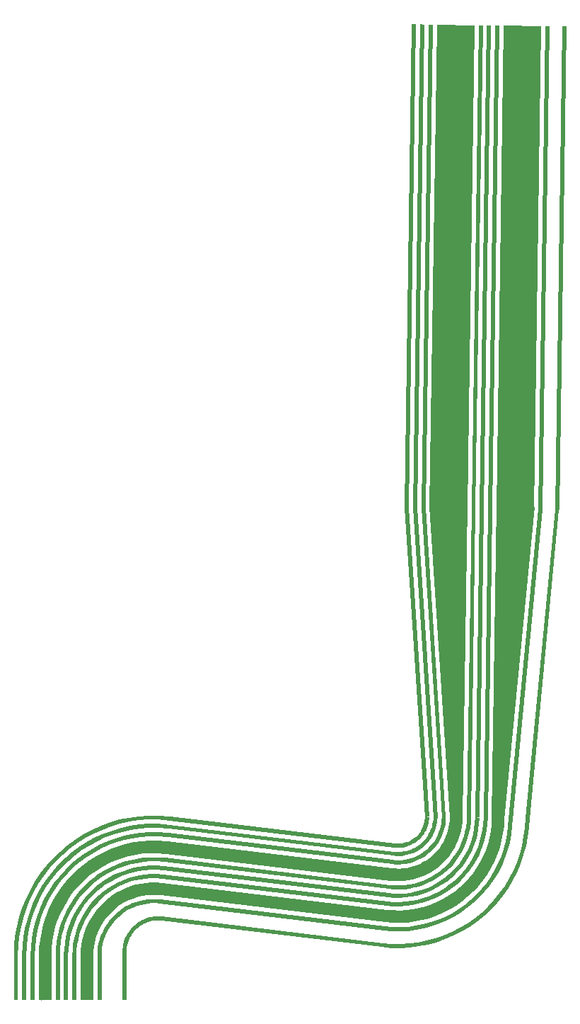
<source format=gbr>
G04 AutoGERB 2.0 for AutoCAD 14*
G04 RS274-X Output *
%FSLAX34Y34*%
%MOMM*%
%ADD12C,0.005000*%
%ADD13C,0.007000*%
G36*X1953444Y2037122D02*X1944829Y1459143D01*X1939830Y1459218*X1948445Y2037197*X1953444Y2037122*G37*G36*X1943445Y2037272D02*X1934830Y1459292D01*X1929831Y1459367*X1938446Y2037347*X1943445Y2037272*G37*G36*X1933446Y2037421D02*X1924831Y1459441D01*X1919832Y1459516*X1928447Y2037496*X1933446Y2037421*G37*G36*X1923448Y2037568D02*X1914832Y1459588D01*X1869837Y1460267*X1878453Y2038239*X1923448Y2037568*G37*G36*X2003439Y2036375D02*X1994823Y1458396D01*X1949828Y1459075*X1958444Y2037046*X2003439Y2036375*G37*G36*X2013438Y2036228D02*X2004822Y1458248D01*X1999823Y1458323*X2008439Y2036303*X2013438Y2036228*G37*G36*X2033435Y2035930D02*X2024820Y1457950D01*X2019821Y1458025*X2028436Y2036005*X2033435Y2035930*G37*G36*X1873453Y2038315D02*X1864838Y1460335D01*X1859839Y1460410*X1868454Y2038390*X1873453Y2038315*G37*G36*X1863454Y2038464D02*X1854839Y1460484D01*X1849840Y1460559*X1858455Y2038539*X1863454Y2038464*G37*G36*X1853455Y2038613D02*X1844840Y1460633D01*X1839841Y1460708*X1848456Y2038688*X1853455Y2038613*G37*G36*X1432092Y872582D02*X1432092Y925353D01*X1432350Y932786*X1433130Y940226*X1434425Y947593*X1436229Y954853*X1438534Y961970*X1441329Y968909*X1444598Y975637*X1448329Y982121*X1452500Y988330*X1457094Y994234*X1462087Y999805*X1467455Y1005014*X1473173Y1009839*X1479213Y1014252*X1485544Y1018236*X1492137Y1021770*X1498960Y1024837*X1505980Y1027421*X1513162Y1029511*X1520474Y1031097*X1527877Y1032170*X1535336Y1032726*X1542829Y1032762*X1552346Y1032050*X1820773Y999834*X1827230Y999286*X1833666Y999189*X1840093Y999540*X1846481Y1000337*X1852797Y1001576*X1859011Y1003252*X1865094Y1005356*X1871016Y1007878*X1876749Y1010804*X1882264Y1014124*X1887534Y1017818*X1892535Y1021870*X1897243Y1026260*X1901633Y1030967*X1905685Y1035968*X1909381Y1041237*X1912700Y1046752*X1915628Y1052484*X1918150Y1058406*X1920254Y1064489*X1921930Y1070704*X1923171Y1077020*X1923968Y1083404*X1924332Y1090384*X1929325Y1090122*X1928951Y1082963*X1928110Y1076227*X1926803Y1069569*X1925037Y1063020*X1922819Y1056607*X1920159Y1050365*X1917073Y1044323*X1913574Y1038510*X1909680Y1032955*X1905408Y1027684*X1900780Y1022723*X1895818Y1018095*X1890547Y1013823*X1884991Y1009929*X1879178Y1006431*X1873135Y1003345*X1866893Y1000687*X1860480Y998469*X1853930Y996703*X1847272Y995398*X1840540Y994557*X1833765Y994186*X1826981Y994289*X1820264Y994859*X1551861Y1027073*X1542654Y1027761*X1535535Y1027727*X1528422Y1027197*X1521363Y1026174*X1514393Y1024662*X1507545Y1022668*X1500851Y1020204*X1494346Y1017281*X1488059Y1013911*X1482022Y1010113*X1476264Y1005904*X1470812Y1001305*X1465694Y996338*X1460933Y991027*X1456553Y985397*X1452576Y979476*X1449019Y973294*X1445902Y966880*X1443237Y960263*X1441040Y953478*X1439320Y946556*X1438085Y939531*X1437341Y932437*X1437091Y925266*X1437091Y872582*X1432092Y872582*G37*G36*X1442092Y872582D02*X1442092Y925353D01*X1442326Y932090*X1443033Y938838*X1444208Y945520*X1445844Y952105*X1447935Y958560*X1450469Y964853*X1453435Y970955*X1456818Y976836*X1460602Y982468*X1464768Y987822*X1469297Y992875*X1474166Y997600*X1479351Y1001974*X1484828Y1005978*X1490572Y1009592*X1496551Y1012797*X1502740Y1015578*X1509106Y1017923*X1515622Y1019818*X1522252Y1021256*X1528966Y1022230*X1535732Y1022734*X1542529Y1022767*X1551155Y1022121*X1819581Y989905*X1826732Y989298*X1833864Y989191*X1840985Y989580*X1848063Y990463*X1855062Y991836*X1861949Y993693*X1868689Y996024*X1875252Y998819*X1881604Y1002062*X1887715Y1005740*X1893555Y1009834*X1899097Y1014324*X1904314Y1019188*X1909178Y1024404*X1913669Y1029946*X1917763Y1035785*X1921442Y1041896*X1924687Y1048248*X1927481Y1054810*X1929812Y1061550*X1931670Y1068438*X1933045Y1075436*X1933928Y1082511*X1934331Y1090235*X1939324Y1089973*X1938911Y1082070*X1937984Y1074643*X1936543Y1067303*X1934595Y1060081*X1932150Y1053011*X1929218Y1046129*X1925815Y1039467*X1921958Y1033058*X1917664Y1026933*X1912953Y1021121*X1907851Y1015651*X1902380Y1010549*X1896568Y1005839*X1890442Y1001545*X1884033Y997689*X1877371Y994286*X1870488Y991355*X1863418Y988910*X1856195Y986963*X1848854Y985524*X1841432Y984597*X1833963Y984188*X1826483Y984301*X1819072Y984930*X1550670Y1017144*X1542354Y1017766*X1535931Y1017735*X1529511Y1017257*X1523141Y1016333*X1516851Y1014969*X1510671Y1013170*X1504631Y1010947*X1498760Y1008308*X1493087Y1005267*X1487639Y1001839*X1482442Y998041*X1477523Y993891*X1472904Y989408*X1468607Y984615*X1464655Y979535*X1461065Y974193*X1457856Y968612*X1455042Y962824*X1452638Y956853*X1450655Y950730*X1449103Y944483*X1447988Y938143*X1447317Y931743*X1447091Y925266*X1447091Y872582*X1442092Y872582*G37*G36*X1422092Y872582D02*X1422092Y925353D01*X1422375Y933482*X1423227Y941613*X1424642Y949666*X1426614Y957601*X1429134Y965380*X1432188Y972964*X1435762Y980319*X1439839Y987405*X1444399Y994193*X1449420Y1000646*X1454877Y1006734*X1460745Y1012428*X1466995Y1017701*X1473596Y1022526*X1480516Y1026880*X1487723Y1030743*X1495181Y1034094*X1502853Y1036920*X1510705Y1039204*X1518695Y1040937*X1526787Y1042111*X1534941Y1042719*X1543129Y1042758*X1553538Y1041978*X1821965Y1009763*X1827728Y1009274*X1833469Y1009188*X1839201Y1009500*X1844898Y1010210*X1850531Y1011316*X1856074Y1012811*X1861499Y1014687*X1866781Y1016936*X1871894Y1019546*X1876812Y1022507*X1881513Y1025802*X1885974Y1029416*X1890172Y1033331*X1894088Y1037529*X1897702Y1041989*X1900997Y1046690*X1903958Y1051608*X1906570Y1056721*X1908819Y1062002*X1910695Y1067428*X1912191Y1072971*X1913297Y1078604*X1914008Y1084297*X1914333Y1090533*X1919326Y1090272*X1918991Y1083856*X1918236Y1077811*X1917064Y1071836*X1915478Y1065957*X1913488Y1060203*X1911101Y1054602*X1908331Y1049179*X1905192Y1043963*X1901697Y1038976*X1897863Y1034246*X1893709Y1029794*X1889257Y1025641*X1884526Y1021807*X1879539Y1018312*X1874323Y1015173*X1868900Y1012403*X1863298Y1010018*X1857543Y1008028*X1851664Y1006443*X1845689Y1005271*X1839648Y1004517*X1833568Y1004185*X1827479Y1004277*X1821456Y1004788*X1553053Y1037001*X1542954Y1037757*X1535138Y1037720*X1527332Y1037138*X1519584Y1036014*X1511934Y1034355*X1504418Y1032167*X1497072Y1029463*X1489932Y1026254*X1483031Y1022555*X1476405Y1018387*X1470086Y1013768*X1464102Y1008719*X1458484Y1003267*X1453259Y997439*X1448452Y991260*X1444086Y984762*X1440183Y977976*X1436761Y970935*X1433837Y963673*X1431425Y956226*X1429537Y948629*X1428182Y940918*X1427366Y933133*X1427091Y925266*X1427091Y872582*X1422092Y872582*G37*G36*X1452092Y872582D02*X1452092Y925440D01*X1452299Y931395*X1452934Y937451*X1453988Y943448*X1455457Y949357*X1457333Y955149*X1459607Y960798*X1462269Y966275*X1465304Y971553*X1468701Y976607*X1472439Y981413*X1476504Y985947*X1480874Y990187*X1485528Y994114*X1490443Y997707*X1495598Y1000951*X1500965Y1003826*X1506518Y1006322*X1512232Y1008427*X1518079Y1010128*X1524030Y1011418*X1530055Y1012292*X1536128Y1012745*X1542254Y1012775*X1549852Y1012206*X1818304Y979987*X1826234Y979314*X1834061Y979196*X1841878Y979623*X1849646Y980592*X1857327Y982099*X1864885Y984137*X1872283Y986695*X1879486Y989763*X1886457Y993322*X1893164Y997359*X1899575Y1001852*X1905657Y1006781*X1911382Y1012119*X1916721Y1017843*X1921650Y1023926*X1926144Y1030335*X1930181Y1037042*X1933742Y1044013*X1936809Y1051215*X1939368Y1058614*X1941407Y1066171*X1942915Y1073853*X1943884Y1081612*X1944337Y1090273*X1959316Y1089487*X1958835Y1080289*X1957734Y1071476*X1956026Y1062770*X1953715Y1054203*X1950814Y1045818*X1947337Y1037656*X1943302Y1029753*X1938725Y1022152*X1933633Y1014887*X1928046Y1007994*X1921995Y1001506*X1915506Y995454*X1908612Y989869*X1901347Y984776*X1893744Y980201*X1885843Y976166*X1877680Y972690*X1869294Y969790*X1860728Y967480*X1852021Y965773*X1843217Y964674*X1834358Y964189*X1825485Y964323*X1816775Y965062*X1548397Y997273*X1541729Y997772*X1536723Y997748*X1531692Y997373*X1526699Y996649*X1521768Y995579*X1516925Y994170*X1512191Y992427*X1507590Y990359*X1503143Y987976*X1498874Y985290*X1494801Y982313*X1490945Y979060*X1487325Y975546*X1483958Y971790*X1480860Y967808*X1478047Y963622*X1475532Y959248*X1473326Y954711*X1471442Y950032*X1469888Y945232*X1468671Y940337*X1467797Y935368*X1467272Y930350*X1467091Y925179*X1467091Y872582*X1452092Y872582*G37*G36*X1402092Y872582D02*X1402092Y925440D01*X1402420Y934873*X1403418Y944389*X1405074Y953812*X1407382Y963098*X1410330Y972201*X1413904Y981077*X1418086Y989683*X1422858Y997977*X1428194Y1005919*X1434069Y1013471*X1440456Y1020596*X1447323Y1027260*X1454636Y1033429*X1462360Y1039075*X1470459Y1044172*X1478893Y1048691*X1487620Y1052613*X1496599Y1055920*X1505787Y1058594*X1515138Y1060621*X1524606Y1061994*X1534148Y1062706*X1543754Y1062752*X1555810Y1061849*X1824262Y1029631*X1828725Y1029252*X1833074Y1029187*X1837417Y1029423*X1841732Y1029961*X1845998Y1030799*X1850198Y1031931*X1854307Y1033352*X1858309Y1035057*X1862182Y1037034*X1865908Y1039277*X1869469Y1041772*X1872848Y1044510*X1876028Y1047476*X1878995Y1050656*X1881732Y1054035*X1884230Y1057596*X1886472Y1061321*X1888449Y1065194*X1890154Y1069197*X1891576Y1073306*X1892708Y1077504*X1893546Y1081772*X1894084Y1086078*X1894342Y1091018*X1909321Y1090233*X1909035Y1084755*X1908365Y1079395*X1907327Y1074103*X1905923Y1068895*X1904159Y1063798*X1902046Y1058837*X1899593Y1054034*X1896811Y1049413*X1893715Y1044996*X1890320Y1040807*X1886641Y1036863*X1882697Y1033185*X1878506Y1029789*X1874089Y1026694*X1869469Y1023913*X1864666Y1021460*X1859704Y1019347*X1854607Y1017584*X1849399Y1016180*X1844107Y1015142*X1838754Y1014474*X1833369Y1014180*X1827978Y1014261*X1822733Y1014706*X1554355Y1046916*X1543229Y1047749*X1534743Y1047709*X1526243Y1047075*X1517807Y1045852*X1509476Y1044045*X1501292Y1041663*X1493293Y1038718*X1485518Y1035224*X1478006Y1031197*X1470791Y1026658*X1463909Y1021628*X1457394Y1016131*X1451277Y1010195*X1445588Y1003848*X1440353Y997120*X1435599Y990044*X1431349Y982656*X1427623Y974990*X1424439Y967082*X1421813Y958973*X1419757Y950701*X1418281Y942306*X1417393Y933828*X1417091Y925179*X1417091Y872582*X1402092Y872582*G37*G54D12*X1404592Y872582D02*X1404592Y925310D01*X1404919Y934698*X1405898Y944041*X1407524Y953294*X1409790Y962410*X1412685Y971347*X1416194Y980062*X1420300Y988511*X1424984Y996654*X1430223Y1004451*X1435992Y1011866*X1442262Y1018861*X1449004Y1025403*X1456184Y1031461*X1463768Y1037004*X1471719Y1042007*X1479999Y1046444*X1488567Y1050296*X1497383Y1053541*X1506403Y1056166*X1515583Y1058158*X1524880Y1059506*X1534248Y1060204*X1543642Y1060249*X1555679Y1059348*X1824094Y1027133*X1828601Y1026751*X1833124Y1026683*X1837640Y1026929*X1842128Y1027489*X1846567Y1028360*X1850934Y1029538*X1855208Y1031016*X1859370Y1032788*X1863398Y1034845*X1867274Y1037177*X1870977Y1039773*X1874492Y1042621*X1877800Y1045706*X1880885Y1049013*X1883733Y1052527*X1886329Y1056231*X1888662Y1060106*X1890719Y1064134*X1892492Y1068296*X1893970Y1072570*X1895148Y1076937*X1896019Y1081375*X1896580Y1085864*X1896833Y1090701*G36*X1392092Y872582D02*X1392092Y925353D01*X1392447Y935568*X1393517Y945776*X1395294Y955885*X1397769Y965846*X1400932Y975611*X1404766Y985131*X1409253Y994363*X1414371Y1003259*X1420095Y1011780*X1426398Y1019880*X1433248Y1027524*X1440614Y1034671*X1448459Y1041290*X1456746Y1047347*X1465433Y1052813*X1474480Y1057661*X1483842Y1061869*X1493473Y1065416*X1503329Y1068283*X1513360Y1070459*X1523518Y1071932*X1533754Y1072695*X1544029Y1072744*X1557113Y1071764*X1825540Y1039549*X1829223Y1039236*X1832876Y1039182*X1836524Y1039380*X1840148Y1039832*X1843734Y1040536*X1847261Y1041487*X1850713Y1042681*X1854075Y1044113*X1857328Y1045773*X1860458Y1047657*X1863449Y1049755*X1866288Y1052054*X1868960Y1054545*X1871451Y1057217*X1873751Y1060055*X1875849Y1063046*X1877733Y1066176*X1879395Y1069429*X1880826Y1072791*X1882020Y1076243*X1882971Y1079771*X1883676Y1083355*X1884128Y1086977*X1884337Y1090980*X1889330Y1090718*X1889111Y1086536*X1888615Y1082562*X1887844Y1078636*X1886803Y1074774*X1885495Y1070992*X1883926Y1067310*X1882106Y1063747*X1880042Y1060319*X1877746Y1057042*X1875226Y1053934*X1872497Y1051008*X1869571Y1048279*X1866462Y1045760*X1863185Y1043464*X1859757Y1041400*X1856194Y1039580*X1852512Y1038012*X1848730Y1036704*X1844867Y1035663*X1840941Y1034893*X1836971Y1034397*X1832975Y1034179*X1828974Y1034239*X1825031Y1034574*X1556628Y1066787*X1543854Y1067743*X1533951Y1067696*X1524063Y1066959*X1514249Y1065536*X1504558Y1063434*X1495038Y1060663*X1485733Y1057238*X1476689Y1053172*X1467948Y1048488*X1459555Y1043208*X1451550Y1037357*X1443971Y1030962*X1436855Y1024057*X1430237Y1016673*X1424148Y1008847*X1418618Y1000616*X1413674Y992020*X1409339Y983102*X1405635Y973904*X1402580Y964471*X1400189Y954848*X1398472Y945081*X1397438Y935219*X1397091Y925266*X1397091Y872582*X1392092Y872582*G37*G36*X1382092Y872582D02*X1382092Y925353D01*X1382472Y936263*X1383614Y947163*X1385511Y957957*X1388154Y968594*X1391532Y979021*X1395625Y989187*X1400416Y999045*X1405881Y1008544*X1411993Y1017642*X1418723Y1026292*X1426039Y1034453*X1433904Y1042086*X1442281Y1049154*X1451130Y1055620*X1460406Y1061457*X1470065Y1066634*X1480062Y1071127*X1490347Y1074915*X1500871Y1077976*X1511582Y1080300*X1522428Y1081873*X1533358Y1082687*X1544329Y1082740*X1558304Y1081693*X1826731Y1049478*X1829722Y1049224*X1832679Y1049180*X1835632Y1049340*X1838566Y1049706*X1841468Y1050276*X1844324Y1051046*X1847118Y1052013*X1849839Y1053171*X1852473Y1054516*X1855007Y1056041*X1857428Y1057739*X1859726Y1059600*X1861889Y1061618*X1863906Y1063779*X1865768Y1066077*X1867465Y1068498*X1868991Y1071032*X1870337Y1073666*X1871495Y1076387*X1872461Y1079182*X1873232Y1082037*X1873802Y1084939*X1874168Y1087870*X1874338Y1091129*X1879331Y1090867*X1879151Y1087429*X1878741Y1084146*X1878105Y1080902*X1877244Y1077711*X1876164Y1074588*X1874868Y1071547*X1873364Y1068603*X1871660Y1065771*X1869763Y1063064*X1867681Y1060496*X1865426Y1058079*X1863009Y1055825*X1860441Y1053744*X1857734Y1051846*X1854902Y1050143*X1851958Y1048638*X1848917Y1047344*X1845793Y1046263*X1842601Y1045403*X1839359Y1044767*X1836077Y1044357*X1832778Y1044177*X1829473Y1044227*X1826222Y1044503*X1557819Y1076716*X1544154Y1077739*X1533555Y1077688*X1522973Y1076900*X1512471Y1075377*X1502100Y1073127*X1491912Y1070162*X1481953Y1066496*X1472274Y1062145*X1462921Y1057132*X1453939Y1051481*X1445372Y1045219*X1437261Y1038377*X1429646Y1030986*X1422562Y1023085*X1416046Y1014709*X1410128Y1005901*X1404837Y996702*X1400198Y987158*X1396235Y977314*X1392965Y967219*X1390406Y956920*X1388569Y946468*X1387463Y935914*X1387091Y925266*X1387091Y872582*X1382092Y872582*G37*G36*X1372092Y872582D02*X1372092Y925353D01*X1372496Y936958*X1373710Y948551*X1375728Y960030*X1378539Y971342*X1382131Y982431*X1386485Y993243*X1391580Y1003726*X1397392Y1013829*X1403892Y1023504*X1411049Y1032703*X1418829Y1041383*X1427194Y1049500*X1436102Y1057016*X1445513Y1063894*X1455378Y1070102*X1465651Y1075607*X1476283Y1080385*X1487220Y1084413*X1498412Y1087670*X1509803Y1090140*X1521338Y1091813*X1532962Y1092679*X1544630Y1092735*X1559496Y1091622*X1827923Y1059406*X1830220Y1059211*X1832481Y1059178*X1834740Y1059301*X1836984Y1059581*X1839203Y1060016*X1841386Y1060605*X1843523Y1061344*X1845604Y1062230*X1847618Y1063258*X1849556Y1064425*X1851407Y1065723*X1853164Y1067146*X1854818Y1068689*X1856361Y1070342*X1857784Y1072099*X1859082Y1073950*X1860249Y1075888*X1861278Y1077902*X1862164Y1079983*X1862903Y1082119*X1863492Y1084303*X1863928Y1086523*X1864208Y1088764*X1864339Y1091278*X1869332Y1091016*X1869191Y1088323*X1868867Y1085730*X1868365Y1083170*X1867686Y1080650*X1866833Y1078184*X1865809Y1075783*X1864622Y1073459*X1863277Y1071223*X1861779Y1069086*X1860136Y1067059*X1858355Y1065150*X1856447Y1063371*X1854420Y1061728*X1852283Y1060230*X1850047Y1058885*X1847723Y1057697*X1845322Y1056675*X1842855Y1055822*X1840336Y1055143*X1837775Y1054640*X1835185Y1054318*X1832580Y1054175*X1829971Y1054214*X1827414Y1054431*X1559011Y1086645*X1544455Y1087734*X1533159Y1087680*X1521883Y1086840*X1510692Y1085217*X1499641Y1082821*X1488785Y1079660*X1478174Y1075754*X1467860Y1071118*X1457893Y1065777*X1448322Y1059755*X1439193Y1053083*X1430551Y1045791*X1422436Y1037916*X1414888Y1029496*X1407945Y1020571*X1401639Y1011186*X1396001Y1001383*X1391058Y991214*X1386834Y980724*X1383350Y969967*X1380623Y958993*X1378665Y947856*X1377487Y936611*X1377091Y925266*X1377091Y872582*X1372092Y872582*G37*G36*X1502092Y872582D02*X1502092Y929789D01*X1502193Y932700*X1502501Y935643*X1503013Y938555*X1503726Y941425*X1504638Y944239*X1505743Y946982*X1507035Y949642*X1508510Y952206*X1510160Y954661*X1511976Y956995*X1513950Y959197*X1516072Y961257*X1518333Y963165*X1520721Y964909*X1523224Y966484*X1525830Y967881*X1528528Y969093*X1531303Y970116*X1534142Y970942*X1537034Y971569*X1539960Y971993*X1542910Y972213*X1545879Y972227*X1549601Y971948*X1813623Y940261*X1824240Y939360*X1834851Y939201*X1845447Y939779*X1855977Y941093*X1866391Y943137*X1876637Y945899*X1886665Y949367*X1896429Y953525*X1905879Y958350*X1914972Y963823*X1923661Y969914*X1931906Y976594*X1939667Y983831*X1946905Y991591*X1953586Y999836*X1959678Y1008525*X1965151Y1017616*X1969979Y1027067*X1974136Y1036830*X1977605Y1046859*X1980369Y1057105*X1982414Y1067518*X1983728Y1078044*X1984326Y1089490*X1989319Y1089228*X1988711Y1077603*X1987353Y1066725*X1985242Y1055970*X1982388Y1045388*X1978805Y1035031*X1974510Y1024948*X1969524Y1015187*X1963873Y1005798*X1957581Y996823*X1950680Y988308*X1943204Y980294*X1935189Y972819*X1926674Y965919*X1917699Y959628*X1908308Y953977*X1898548Y948992*X1888464Y944698*X1878106Y941116*X1867524Y938264*X1856770Y936154*X1845894Y934796*X1834950Y934198*X1823991Y934363*X1813114Y935286*X1549116Y966971*X1545704Y967226*X1543107Y967214*X1540505Y967020*X1537923Y966646*X1535373Y966093*X1532868Y965363*X1530419Y964462*X1528039Y963392*X1525739Y962159*X1523530Y960770*X1521424Y959230*X1519429Y957548*X1517557Y955730*X1515815Y953788*X1514213Y951728*X1512757Y949561*X1511456Y947301*X1510316Y944953*X1509341Y942532*X1508537Y940050*X1507908Y937518*X1507456Y934948*X1507184Y932353*X1507091Y929702*X1507091Y872582*X1502092Y872582*G37*G36*X1472092Y872582D02*X1472092Y925353D01*X1472254Y930004*X1472743Y934675*X1473556Y939301*X1474689Y943860*X1476137Y948329*X1477891Y952686*X1479944Y956911*X1482287Y960983*X1484906Y964881*X1487790Y968588*X1490925Y972086*X1494296Y975357*X1497887Y978386*X1501678Y981157*X1505655Y983659*X1509794Y985878*X1514079Y987803*X1518486Y989427*X1522997Y990739*X1527587Y991734*X1532236Y992409*X1536920Y992758*X1541629Y992780*X1547580Y992335*X1816007Y960119*X1825237Y959336*X1834456Y959197*X1843662Y959699*X1852812Y960841*X1861859Y962616*X1870761Y965017*X1879475Y968030*X1887958Y971643*X1896169Y975835*X1904069Y980590*X1911619Y985882*X1918783Y991686*X1925526Y997974*X1931815Y1004716*X1937619Y1011880*X1942913Y1019429*X1947668Y1027328*X1951862Y1035539*X1955474Y1044022*X1958488Y1052735*X1960889Y1061638*X1962666Y1070685*X1963808Y1079831*X1964328Y1089788*X1969321Y1089526*X1968791Y1079390*X1967605Y1069892*X1965762Y1060503*X1963271Y1051266*X1960143Y1042223*X1956393Y1033420*X1952041Y1024899*X1947106Y1016702*X1941614Y1008867*X1935590Y1001433*X1929063Y994437*X1922066Y987911*X1914632Y981887*X1906796Y976395*X1898598Y971462*X1890077Y967110*X1881274Y963361*X1872230Y960234*X1862992Y957743*X1853603Y955902*X1844109Y954716*X1834555Y954194*X1824988Y954339*X1815498Y955144*X1547095Y987358*X1541454Y987779*X1537117Y987759*X1532781Y987436*X1528476Y986811*X1524226Y985890*X1520051Y984674*X1515970Y983172*X1512003Y981389*X1508170Y979334*X1504489Y977018*X1500978Y974451*X1497653Y971648*X1494532Y968619*X1491629Y965381*X1488959Y961948*X1486534Y958338*X1484365Y954568*X1482464Y950657*X1480840Y946622*X1479500Y942485*X1478451Y938264*X1477698Y933982*X1477245Y929655*X1477091Y925266*X1477091Y872582*X1472092Y872582*G37*G36*X2024809Y1457748D02*X1989311Y1089120D01*X1984334Y1089600*X2019832Y1458227*X2024809Y1457748*G37*G36*X1944829Y1459143D02*X1939327Y1090067D01*X1934328Y1090142*X1939830Y1459218*X1944829Y1459143*G37*G36*X1934830Y1459292D02*X1929328Y1090216D01*X1924329Y1090291*X1929831Y1459367*X1934830Y1459292*G37*G36*X1924831Y1459441D02*X1919329Y1090365D01*X1914330Y1090440*X1919832Y1459516*X1924831Y1459441*G37*G36*X1864833Y1460538D02*X1889328Y1091015D01*X1884339Y1090685*X1859844Y1460207*X1864833Y1460538*G37*G36*X1844835Y1460836D02*X1869330Y1091313D01*X1864341Y1090983*X1839846Y1460505*X1844835Y1460836*G37*G36*X1854834Y1460687D02*X1879357Y1090742D01*X1874368Y1090412*X1849845Y1460356*X1854834Y1460687*G37*G36*X1914874Y1463636D02*X1909320Y1090165D01*X1894377Y1089784*X1869635Y1462473*X1914874Y1463636*G37*G36*X1995207Y1461796D02*X1959208Y1088354D01*X1944321Y1089184*X1949926Y1464313*X1995207Y1461796*G37*G36*X2004811Y1458046D02*X1969193Y1088168D01*X1964216Y1088648*X1999834Y1458525*X2004811Y1458046*G37*M02*
</source>
